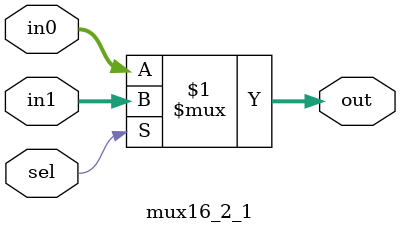
<source format=v>
module mux16_2_1(in1,in0,sel,out);
    input [15:0] in1,in0;
    input sel;
    output [15:0] out;
    assign out = (sel)?in1:in0;
endmodule
</source>
